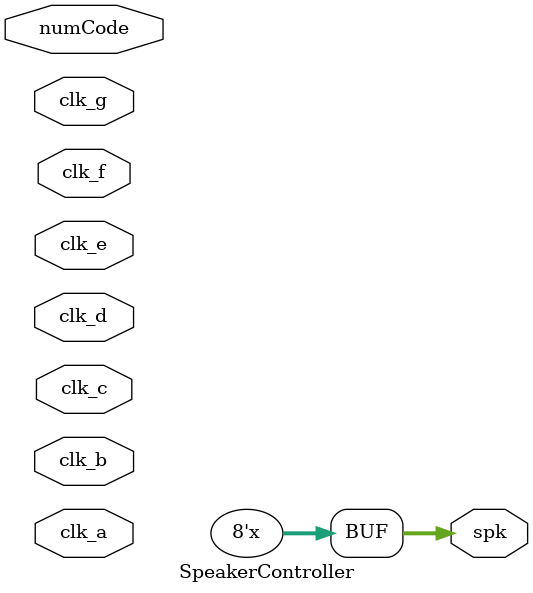
<source format=v>
`timescale 1ns / 1ps
module SpeakerController(
	//input
	numCode,
	clk_a,
	clk_b,
	clk_c,
	clk_d,
	clk_e,
	clk_f,
	clk_g,
	//output
	spk
 );

	input [3:0]		numCode;
	input				clk_a;
	input				clk_b;
	input				clk_c;
	input				clk_d;
	input				clk_e;
	input				clk_f;
	input				clk_g;
	
	output reg [7:0]	spk;
	
	reg				curClock;

	always @ (numCode or clk_a or clk_b or clk_c or clk_d or clk_e or clk_f or clk_g)
	begin
		case (numCode)
			4'b0000: curClock <= curClock ^ clk_g;
			4'b0001: curClock <= 0;
			4'b0010: curClock <= 0;
			4'b0011: curClock <= 0;
			4'b0100: curClock <= 0;
			4'b0101: curClock <= 0;
			4'b0110: curClock <= 0;
			4'b0111: curClock <= 0;
			4'b1000: curClock <= 0;
			4'b1001: curClock <= 0;
			4'b1010: curClock <= curClock ^ clk_a;
			4'b1011: curClock <= curClock ^ clk_b;
			4'b1100: curClock <= curClock ^ clk_c;
			4'b1101: curClock <= curClock ^ clk_d;
			4'b1110: curClock <= curClock ^ clk_e;
			4'b1111: curClock <= curClock ^ clk_f;
			default: curClock <= 0;
		endcase
		
		spk[0] <= curClock;
		spk[1] <= curClock;
		spk[2] <= curClock;
		spk[3] <= curClock;
		spk[4] <= curClock;
		spk[5] <= curClock;
		spk[6] <= curClock;
		spk[7] <= curClock;
		
		
	end


endmodule

</source>
